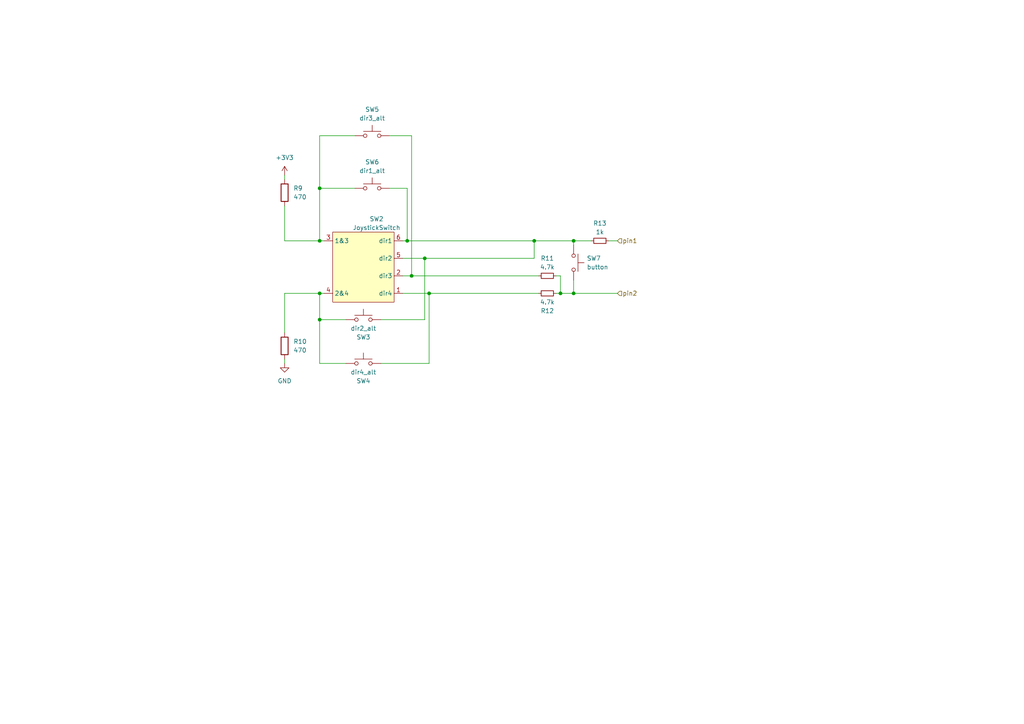
<source format=kicad_sch>
(kicad_sch (version 20211123) (generator eeschema)
  (paper "A4")
  (lib_symbols
    (symbol "Device:R" (pin_numbers hide) (pin_names (offset 0))
      (property "Reference" "R" (at 2.032 0 90))
      (property "Value" "R" (at 0 0 90))
      (symbol "R_0_1"
        (rectangle (start -1.016 -2.54) (end 1.016 2.54) (stroke (width 0.254)))
      )
      (symbol "R_1_1"
        (pin passive line (at 0 3.81 270) (length 1.27) (name "~") (number "1"))
        (pin passive line (at 0 -3.81 90) (length 1.27) (name "~") (number "2"))
      )
    )
    (symbol "Device:R_Small" (pin_numbers hide) (pin_names (offset 0.254) hide)
      (property "Reference" "R" (at 0.762 0.508 0))
      (property "Value" "R_Small" (at 0.762 -1.016 0))
      (symbol "R_Small_0_1"
        (rectangle (start -0.762 1.778) (end 0.762 -1.778) (stroke (width 0.2032)))
      )
      (symbol "R_Small_1_1"
        (pin passive line (at 0 2.54 270) (length 0.762) (name "~") (number "1"))
        (pin passive line (at 0 -2.54 90) (length 0.762) (name "~") (number "2"))
      )
    )
    (symbol "Switch:SW_Push" (pin_numbers hide) (pin_names (offset 1.016) hide)
      (property "Reference" "SW" (at 1.27 2.54 0))
      (property "Value" "SW_Push" (at 0 -1.524 0))
      (symbol "SW_Push_0_1"
        (circle (center -2.032 0) (radius 0.508))
        (polyline (pts (xy 0 1.27) (xy 0 3.048)))
        (polyline (pts (xy 2.54 1.27) (xy -2.54 1.27)))
        (circle (center 2.032 0) (radius 0.508))
        (pin passive line (at -5.08 0 0) (length 2.54) (name "1") (number "1"))
        (pin passive line (at 5.08 0 180) (length 2.54) (name "2") (number "2"))
      )
    )
    (symbol "customStuff:JoystickSwitch"
      (property "Reference" "SW" (at 0 -11.43 0))
      (property "Value" "JoystickSwitch" (at 0 -8.89 0))
      (symbol "JoystickSwitch_0_1"
        (rectangle (start -8.89 12.7) (end 8.89 -7.62) (fill (type background)))
      )
      (symbol "JoystickSwitch_1_1"
        (pin bidirectional line (at 11.43 -5.08 180) (length 2.54) (name "dir4") (number "1"))
        (pin bidirectional line (at 11.43 0 180) (length 2.54) (name "dir3") (number "2"))
        (pin bidirectional line (at -11.43 10.16 0) (length 2.54) (name "1&3") (number "3"))
        (pin bidirectional line (at -11.43 -5.08 0) (length 2.54) (name "2&4") (number "4"))
        (pin bidirectional line (at 11.43 5.08 180) (length 2.54) (name "dir2") (number "5"))
        (pin bidirectional line (at 11.43 10.16 180) (length 2.54) (name "dir1") (number "6"))
        (pin no_connect line (at -11.43 2.54 0) (length 2.54) hide (name "NC") (number "7"))
      )
    )
    (symbol "power:+3.3V" (power) (pin_names (offset 0))
      (property "Value" "+3.3V" (at 0 3.556 0))
      (symbol "+3.3V_0_1"
        (polyline (pts (xy -0.762 1.27) (xy 0 2.54)))
        (polyline (pts (xy 0 0) (xy 0 2.54)))
        (polyline (pts (xy 0 2.54) (xy 0.762 1.27)))
      )
      (symbol "+3.3V_1_1"
        (pin power_in line (at 0 0 90) (length 0) hide (name "+3V3") (number "1"))
      )
    )
    (symbol "power:GND" (power) (pin_names (offset 0))
      (property "Value" "GND" (at 0 -3.81 0))
      (symbol "GND_0_1"
        (polyline (pts (xy 0 0) (xy 0 -1.27) (xy 1.27 -1.27) (xy 0 -2.54) (xy -1.27 -1.27) (xy 0 -1.27)))
      )
      (symbol "GND_1_1"
        (pin power_in line (at 0 0 270) (length 0) hide (name "GND") (number "1"))
      )
    )
  )
  (junction (at 166.37 69.85))
  (junction (at 92.71 54.61))
  (junction (at 162.56 85.09))
  (junction (at 154.94 69.85))
  (junction (at 166.37 85.09))
  (junction (at 124.46 85.09))
  (junction (at 119.38 80.01))
  (junction (at 123.19 74.93))
  (junction (at 118.11 69.85))
  (junction (at 92.71 92.71))
  (junction (at 92.71 69.85))
  (junction (at 92.71 85.09))
  (wire (pts (xy 82.55 59.69) (xy 82.55 69.85)))
  (wire (pts (xy 118.11 69.85) (xy 154.94 69.85)))
  (wire (pts (xy 116.84 80.01) (xy 119.38 80.01)))
  (wire (pts (xy 110.49 105.41) (xy 124.46 105.41)))
  (wire (pts (xy 100.33 105.41) (xy 92.71 105.41)))
  (wire (pts (xy 82.55 85.09) (xy 92.71 85.09)))
  (wire (pts (xy 119.38 80.01) (xy 156.21 80.01)))
  (wire (pts (xy 166.37 85.09) (xy 162.56 85.09)))
  (wire (pts (xy 162.56 85.09) (xy 161.29 85.09)))
  (wire (pts (xy 123.19 92.71) (xy 123.19 74.93)))
  (wire (pts (xy 154.94 69.85) (xy 154.94 74.93)))
  (wire (pts (xy 161.29 80.01) (xy 162.56 80.01)))
  (wire (pts (xy 166.37 69.85) (xy 171.45 69.85)))
  (wire (pts (xy 82.55 105.41) (xy 82.55 104.14)))
  (wire (pts (xy 179.07 85.09) (xy 166.37 85.09)))
  (wire (pts (xy 156.21 85.09) (xy 124.46 85.09)))
  (wire (pts (xy 154.94 69.85) (xy 166.37 69.85)))
  (wire (pts (xy 110.49 92.71) (xy 123.19 92.71)))
  (wire (pts (xy 82.55 50.8) (xy 82.55 52.07)))
  (wire (pts (xy 116.84 74.93) (xy 123.19 74.93)))
  (wire (pts (xy 179.07 69.85) (xy 176.53 69.85)))
  (wire (pts (xy 118.11 54.61) (xy 118.11 69.85)))
  (wire (pts (xy 92.71 69.85) (xy 93.98 69.85)))
  (wire (pts (xy 162.56 80.01) (xy 162.56 85.09)))
  (wire (pts (xy 124.46 105.41) (xy 124.46 85.09)))
  (wire (pts (xy 119.38 39.37) (xy 119.38 80.01)))
  (wire (pts (xy 113.03 54.61) (xy 118.11 54.61)))
  (wire (pts (xy 92.71 54.61) (xy 92.71 69.85)))
  (wire (pts (xy 124.46 85.09) (xy 116.84 85.09)))
  (wire (pts (xy 118.11 69.85) (xy 116.84 69.85)))
  (wire (pts (xy 92.71 39.37) (xy 92.71 54.61)))
  (wire (pts (xy 123.19 74.93) (xy 154.94 74.93)))
  (wire (pts (xy 92.71 105.41) (xy 92.71 92.71)))
  (wire (pts (xy 113.03 39.37) (xy 119.38 39.37)))
  (wire (pts (xy 92.71 54.61) (xy 102.87 54.61)))
  (wire (pts (xy 100.33 92.71) (xy 92.71 92.71)))
  (wire (pts (xy 82.55 85.09) (xy 82.55 96.52)))
  (wire (pts (xy 166.37 69.85) (xy 166.37 71.12)))
  (wire (pts (xy 82.55 69.85) (xy 92.71 69.85)))
  (wire (pts (xy 102.87 39.37) (xy 92.71 39.37)))
  (wire (pts (xy 92.71 92.71) (xy 92.71 85.09)))
  (wire (pts (xy 92.71 85.09) (xy 93.98 85.09)))
  (wire (pts (xy 166.37 81.28) (xy 166.37 85.09)))
  (hierarchical_label "pin1" (shape input) (at 179.07 69.85 0))
  (hierarchical_label "pin2" (shape input) (at 179.07 85.09 0))
  (symbol (lib_id "Device:R_Small") (at 158.75 85.09 270) (mirror x) (unit 1)
    (property "Reference" "R12" (at 158.75 90.17 90))
    (property "Value" "4.7k" (at 158.75 87.63 90))
    (property "Footprint" "customStuff:universalMixedLong" (effects hide))
  )
  (symbol (lib_id "Device:R_Small") (at 173.99 69.85 270) (unit 1)
    (property "Reference" "R13" (at 173.99 64.77 90))
    (property "Value" "1k" (at 173.99 67.31 90))
    (property "Footprint" "customStuff:universalMixedLong" (effects hide))
  )
  (symbol (lib_id "power:GND") (at 82.55 105.41 0) (unit 1)
    (property "Reference" "#PWR0155" (effects hide))
    (property "Value" "GND" (at 82.55 110.49 0))
  )
  (symbol (lib_id "power:+3.3V") (at 82.55 50.8 0) (unit 1)
    (property "Reference" "#PWR0156" (effects hide))
    (property "Value" "+3.3V" (at 82.55 45.72 0))
  )
  (symbol (lib_id "Switch:SW_Push") (at 107.95 54.61 0) (unit 1)
    (property "Reference" "SW6" (at 107.95 46.99 0))
    (property "Value" "dir1_alt" (at 107.95 49.53 0))
    (property "Footprint" "customStuff:universalButton" (effects hide))
  )
  (symbol (lib_id "Device:R") (at 82.55 55.88 0) (unit 1)
    (property "Reference" "R9" (at 85.09 54.6099 0) (effects (justify left)))
    (property "Value" "470" (at 85.09 57.1499 0) (effects (justify left)))
    (property "Footprint" "customStuff:universalMixedLong" (effects hide))
  )
  (symbol (lib_id "Switch:SW_Push") (at 166.37 76.2 270) (unit 1)
    (property "Reference" "SW7" (at 170.18 74.93 90) (effects (justify left)))
    (property "Value" "button" (at 170.18 77.47 90) (effects (justify left)))
    (property "Footprint" "customStuff:universalButton" (effects hide))
  )
  (symbol (lib_id "Device:R_Small") (at 158.75 80.01 90) (mirror x) (unit 1)
    (property "Reference" "R11" (at 158.75 74.93 90))
    (property "Value" "4.7k" (at 158.75 77.47 90))
    (property "Footprint" "customStuff:universalMixedLong" (effects hide))
  )
  (symbol (lib_id "customStuff:JoystickSwitch") (at 105.41 80.01 0) (unit 1)
    (property "Reference" "SW2" (at 109.22 63.5 0))
    (property "Value" "JoystickSwitch" (at 109.22 66.04 0))
    (property "Footprint" "customStuff:JoystickSwitch" (effects hide))
  )
  (symbol (lib_id "Device:R") (at 82.55 100.33 0) (unit 1)
    (property "Reference" "R10" (at 85.09 99.0599 0) (effects (justify left)))
    (property "Value" "470" (at 85.09 101.5999 0) (effects (justify left)))
    (property "Footprint" "customStuff:universalMixedLong" (effects hide))
  )
  (symbol (lib_id "Switch:SW_Push") (at 107.95 39.37 0) (unit 1)
    (property "Reference" "SW5" (at 107.95 31.75 0))
    (property "Value" "dir3_alt" (at 107.95 34.29 0))
    (property "Footprint" "customStuff:universalButton" (effects hide))
  )
  (symbol (lib_id "Switch:SW_Push") (at 105.41 105.41 0) (unit 1)
    (property "Reference" "SW4" (at 105.41 110.49 0))
    (property "Value" "dir4_alt" (at 105.41 107.95 0))
    (property "Footprint" "customStuff:universalButton" (effects hide))
  )
  (symbol (lib_id "Switch:SW_Push") (at 105.41 92.71 0) (unit 1)
    (property "Reference" "SW3" (at 105.41 97.79 0))
    (property "Value" "dir2_alt" (at 105.41 95.25 0))
    (property "Footprint" "customStuff:universalButton" (effects hide))
  )
)
</source>
